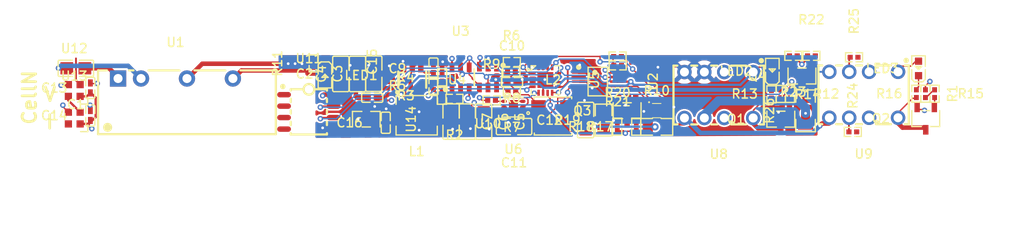
<source format=kicad_pcb>
(kicad_pcb (version 20241229) (generator "pcbnew") (generator_version "9.0")
  (layers (0 "F.Cu" signal) (4 "In1.Cu" signal) (6 "In2.Cu" signal) (2 "B.Cu" signal) (13 "F.Paste" user) (15 "B.Paste" user) (5 "F.SilkS" user "F.Silkscreen") (7 "B.SilkS" user "B.Silkscreen") (1 "F.Mask" user) (3 "B.Mask" user) (25 "Edge.Cuts" user))
  (net 0 "")
  (net 1 "DNC")
  (net 2 "ldo-EN")
  (net 3 "buck-EN")
  (net 4 "VBST")
  (net 5 "SW")
  (net 6 "dmm_relay-gate")
  (net 7 "output_relay-gate")
  (net 8 "load_switch-gate")
  (net 9 "gnd-4")
  (net 10 "hv-3")
  (net 11 "gnd-5")
  (net 12 "line-5")
  (net 13 "DIN")
  (net 14 "DOUT")
  (net 15 "hv-5")
  (net 16 "5V")
  (net 17 "line-2")
  (net 18 "hv-2")
  (net 19 "gnd-3")
  (net 20 "isolated_converter.led-cathode")
  (net 21 "dmm_relay-gnd")
  (net 22 "output_relay-gnd")
  (net 23 "dmm_relay.indicator_led-cathode")
  (net 24 "output_relay.indicator_led-cathode")
  (net 25 "hv-6")
  (net 26 "gnd-2")
  (net 27 "external_load-gate")
  (net 28 "hv-8")
  (net 29 "gnd-1")
  (net 30 "output_relay.relay.footprint.pins[6].net-net")
  (net 31 "dmm_relay.relay.footprint.pins[6].net-net")
  (net 32 "dmm_relay.relay.footprint.pins[1].net-net")
  (net 33 "output_relay.relay.footprint.pins[1].net-net")
  (net 34 "hv-1")
  (net 35 "gnd")
  (net 36 "gpio-line-2")
  (net 37 "gpio-line")
  (net 38 "hv-4")
  (net 39 "gpio-line-1")
  (net 40 "SCL")
  (net 41 "line")
  (net 42 "line-4")
  (net 43 "line-3")
  (net 44 "ldo-VOUT")
  (net 45 "buck-VOUT")
  (net 46 "SDA")
  (net 47 "line-7")
  (net 48 "INT")
  (net 49 "VFB")
  (net 50 "FB")
  (net 51 "hv")
  (net 52 "3V3")
  (net 53 "hv-7")
  (net 54 "ALERT")
  (net 55 "line-6")
  (net 56 "3V3_GND")
  (net 57 "line-1")
  (net 58 "gnd-6")
  (net 59 "scl1")
  (net 60 "vcc1")
  (net 61 "sda1")
  (footprint "atopile:IND-SMD_L4.0-W4.0-81e2fd" (layer "F.Cu") (at 143.961885 107.576056 0)
    (property "Reference" "L2")
    (property "Value" "")
  )
  (footprint "atopile:R0402-56259e" (layer "F.Cu") (at 130.754325 104.226449 90)
    (property "Reference" "R5")
    (property "Value" "10kΩ ±1% 62.5mW")
  )
  (footprint "atopile:R0805-c79e8b" (layer "F.Cu") (at 155.445 108.776056 0)
    (property "Reference" "R10")
    (property "Value" "100mΩ ±1% 125mW")
  )
  (footprint "atopile:R1206-bdb864" (layer "F.Cu") (at 171.8975 107.00773 90)
    (property "Reference" "R26")
    (property "Value" "100Ω ±1% 250mW")
  )
  (footprint "atopile:R0402-56259e" (layer "F.Cu") (at 177.121054 109.335936 0)
    (property "Reference" "R24")
    (property "Value" "10kΩ ±1% 62.5mW")
  )
  (footprint "atopile:R0402-56259e" (layer "F.Cu") (at 139.418061 104.827822 180)
    (property "Reference" "R7")
    (property "Value" "60.4kΩ ±1% 62.5mW")
  )
  (footprint "lib:SOT-563_L1.6-W1.2-P0.50-LS1.6-TL" (layer "F.Cu") (at 155.431332 106.982866 0)
    (property "Reference" "U7" (hide yes))
    (property "Value" "" (hide yes))
  )
  (footprint "atopile:C0805-3b2e55" (layer "F.Cu") (at 147.574674 108.026056 90)
    (property "Reference" "C12")
    (property "Value" "10µF ±10% 25V X5R")
  )
  (footprint "atopile:MSOP-10_L3.0-W3.0-P0.50-LS5.0-BL-752175" (layer "F.Cu") (at 148.92 103.77 -90)
    (property "Reference" "U2")
    (property "Value" "")
  )
  (footprint "atopile:C0402-b3ef17" (layer "F.Cu") (at 125.474 108.323638 90)
    (property "Reference" "C16")
    (property "Value" "1µF ±10% 25V X5R")
  )
  (footprint "atopile:C0402-b3ef17" (layer "F.Cu") (at 92.8085 107.5225 90)
    (property "Reference" "C14")
    (property "Value" "100nF ±10% 16V X7R")
  )
  (footprint "atopile:R0402-56259e" (layer "F.Cu") (at 185.152 105.110822 90)
    (property "Reference" "R16")
    (property "Value" "1kΩ ±1% 62.5mW")
  )
  (footprint "atopile:R0402-56259e" (layer "F.Cu") (at 184.1475 105.10773 -90)
    (property "Reference" "R1")
    (property "Value" "2kΩ ±1% 62.5mW")
  )
  (footprint "atopile:LED-SMD_4P-L2.0-W2.0-BR-57a8d0" (layer "F.Cu") (at 91.0305 107.8045 0)
    (property "Reference" "U13")
    (property "Value" "")
  )
  (footprint "atopile:C0805-3b2e55" (layer "F.Cu") (at 124.15 102.9 90)
    (property "Reference" "C3")
    (property "Value" "10µF ±10% 25V X5R")
  )
  (footprint "atopile:R0402-56259e" (layer "F.Cu") (at 137.178507 105.849882 0)
    (property "Reference" "R9")
    (property "Value" "10kΩ ±1% 62.5mW")
  )
  (footprint "atopile:R0402-56259e" (layer "F.Cu") (at 177.258348 101.081455 0)
    (property "Reference" "R25")
    (property "Value" "10kΩ ±1% 62.5mW")
  )
  (footprint "atopile:R0402-56259e" (layer "F.Cu") (at 117.5025 101.76273 90)
    (property "Reference" "R11")
    (property "Value" "2kΩ ±1% 62.5mW")
  )
  (footprint "atopile:R0402-56259e" (layer "F.Cu") (at 139.416096 101.612998 180)
    (property "Reference" "R8")
    (property "Value" "10kΩ ±1% 62.5mW")
  )
  (footprint "atopile:R0402-56259e" (layer "F.Cu") (at 131.703 103.303822 90)
    (property "Reference" "R4")
    (property "Value" "10kΩ ±1% 62.5mW")
  )
  (footprint "atopile:R0402-56259e" (layer "F.Cu") (at 186.168 105.110822 -90)
    (property "Reference" "R15")
    (property "Value" "10kΩ ±1% 62.5mW")
  )
  (footprint "atopile:R0402-56259e" (layer "F.Cu") (at 151.076308 108.756214 90)
    (property "Reference" "R18")
    (property "Value" "10kΩ ±1% 62.5mW")
  )
  (footprint "atopile:C0805-3b2e55" (layer "F.Cu") (at 122.35 102.925 90)
    (property "Reference" "C4")
    (property "Value" "10µF ±10% 25V X5R")
  )
  (footprint "atopile:R0402-56259e" (layer "F.Cu") (at 139.3725 102.68273 0)
    (property "Reference" "R6")
    (property "Value" "43kΩ ±1% 62.5mW")
  )
  (footprint "atopile:LED0603-RD-c81ffb" (layer "F.Cu") (at 184.39 102.316822 90)
    (property "Reference" "LED3")
    (property "Value" "")
  )
  (footprint "atopile:R0402-56259e" (layer "F.Cu") (at 168.1225 105.18273 -90)
    (property "Reference" "R14")
    (property "Value" "2kΩ ±1% 62.5mW")
  )
  (footprint "atopile:SOT-23-3_L3.0-W1.7-P0.95-LS2.9-BR-9c7906" (layer "F.Cu") (at 123.3225 107.93273 -90)
    (property "Reference" "U14")
    (property "Value" "")
  )
  (footprint "atopile:SOT-23-3_L2.9-W1.6-P1.90-LS2.8-BR-186170" (layer "F.Cu") (at 185.186919 107.862822 90)
    (property "Reference" "Q2")
    (property "Value" "")
  )
  (footprint "atopile:LED0603-RD-c81ffb" (layer "F.Cu") (at 118.749 103.087822 -90)
    (property "Reference" "LED1")
    (property "Value" "")
  )
  (footprint "atopile:C0805-3b2e55" (layer "F.Cu") (at 132.7 108.2 -90)
    (property "Reference" "C7")
    (property "Value" "10µF ±10% 25V X5R")
  )
  (footprint "atopile:PWRM-TH_BXXXXS-2WR3-d8b2fb" (layer "F.Cu") (at 102.2225 103.43273 0)
    (property "Reference" "U1")
    (property "Value" "")
  )
  (footprint "atopile:R0402-56259e" (layer "F.Cu") (at 170.177 105.135822 -90)
    (property "Reference" "R12")
    (property "Value" "10kΩ ±1% 62.5mW")
  )
  (footprint "atopile:R0402-56259e" (layer "F.Cu") (at 153.17297 108.754411 90)
    (property "Reference" "R17")
    (property "Value" "1kΩ ±1% 62.5mW")
  )
  (footprint "atopile:R0402-56259e" (layer "F.Cu") (at 151.106921 100.994639 180)
    (property "Reference" "R20")
    (property "Value" "10kΩ ±1% 62.5mW")
  )
  (footprint "atopile:R0402-56259e" (layer "F.Cu") (at 169.161 105.135822 90)
    (property "Reference" "R13")
    (property "Value" "1kΩ ±1% 62.5mW")
  )
  (footprint "atopile:IND-SMD_L4.4-W4.2-3ea78a" (layer "F.Cu") (at 128.892599 107.496056 180)
    (property "Reference" "L1")
    (property "Value" "")
  )
  (footprint "atopile:R0402-56259e" (layer "F.Cu") (at 131.703 105.335822 90)
    (property "Reference" "R3")
    (property "Value" "37.4kΩ ±1% 62.5mW")
  )
  (footprint "atopile:C0402-b3ef17" (layer "F.Cu") (at 139.433344 103.821628 0)
    (property "Reference" "C10")
    (property "Value" "1µF ±10% 25V X5R")
  )
  (footprint "atopile:SOT-23-3_L2.9-W1.6-P1.90-LS2.8-BR-186170" (layer "F.Cu") (at 171.4975 103.15773 90)
    (property "Reference" "Q4")
    (property "Value" "")
  )
  (footprint "atopile:SOT-23-3_L2.9-W1.6-P1.90-LS2.8-BR-186170" (layer "F.Cu") (at 169.161 107.926056 90)
    (property "Reference" "Q1")
    (property "Value" "")
  )
  (footprint "atopile:R0402-56259e" (layer "F.Cu") (at 172.5425 100.92273 0)
    (property "Reference" "R22")
    (property "Value" "1kΩ ±1% 62.5mW")
  )
  (footprint "atopile:R0402-56259e" (layer "F.Cu") (at 151.117958 101.982535 180)
    (property "Reference" "R21")
    (property "Value" "10kΩ ±1% 62.5mW")
  )
  (footprint "atopile:C0805-3b2e55" (layer "F.Cu") (at 139.661428 108.746056 180)
    (property "Reference" "C11")
    (property "Value" "10µF ±10% 25V X5R")
  )
  (footprint "atopile:R0402-56259e" (layer "F.Cu") (at 133.0725 105.68273 180)
    (property "Reference" "R2")
    (property "Value" "24kΩ ±1% 62.5mW")
  )
  (footprint "atopile:C0402-b3ef17" (layer "F.Cu") (at 123.981592 105.56623 0)
    (property "Reference" "C15")
    (property "Value" "1µF ±10% 25V X5R")
  )
  (footprint "atopile:C0402-b3ef17" (layer "F.Cu") (at 130.752189 102.333763 90)
    (property "Reference" "C9")
    (property "Value" "100nF ±10% 16V X7R")
  )
  (footprint "atopile:R0805-c79e8b" (layer "F.Cu") (at 149.566819 108.024623 90)
    (property "Reference" "R19")
    (property "Value" "100Ω ±1% 125mW")
  )
  (footprint "atopile:SOT-23-6_L2.9-W1.6-P0.95-LS2.8-BL-d2c740" (layer "F.Cu") (at 136.78 103.275 180)
    (property "Reference" "U10")
    (property "Value" "")
  )
  (footprint "atopile:LED-SMD_4P-L2.0-W2.0-BR-57a8d0" (layer "F.Cu") (at 91.0305 104.7565 0)
    (property "Reference" "U12")
    (property "Value" "")
  )
  (footprint "atopile:SOT-23-3_L2.9-W1.6-P1.90-LS2.8-BR-186170" (layer "F.Cu") (at 152.163681 106.992078 90)
    (property "Reference" "Q3")
    (property "Value" "")
  )
  (footprint "atopile:LED0603-RD-c81ffb" (layer "F.Cu") (at 168.224 102.595822 90)
    (property "Reference" "LED2")
    (property "Value" "")
  )
  (footprint "atopile:C0805-3b2e55" (layer "F.Cu") (at 134.5 108.2 -90)
    (property "Reference" "C6")
    (property "Value" "10µF ±10% 25V X5R")
  )
  (footprint "atopile:C0402-b3ef17" (layer "F.Cu") (at 92.8085 104.4745 90)
    (property "Reference" "C13")
    (property "Value" "100nF ±10% 16V X7R")
  )
  (footprint "atopile:SOT-23-6_L2.9-W1.6-P0.95-LS2.8-BL-d2c740" (layer "F.Cu") (at 133.75 103.35 0)
    (property "Reference" "U3")
    (property "Value" "")
  )
  (footprint "atopile:C0805-3b2e55" (layer "F.Cu") (at 91.205 102.302822 180)
    (property "Reference" "C1")
    (property "Value" "2.2µF ±10% 25V X7R")
  )
  (footprint "atopile:RELAY-TH_HFDXXX-689a1e" (layer "F.Cu") (at 178.324 105.232822 180)
    (property "Reference" "U9")
    (property "Value" "")
  )
  (footprint "atopile:QFN-16_L3.0-W3.0-P0.50-BL-EP1.7-3a4c56" (layer "F.Cu") (at 143.125 103.6 -90)
    (property "Reference" "U5")
    (property "Value" "")
  )
  (footprint "atopile:WSON-6_L2.0-W2.0-P0.65-TL-EP-c93430" (layer "F.Cu") (at 139.591 106.605822 180)
    (property "Reference" "U6")
    (property "Value" "")
  )
  (footprint "atopile:RELAY-TH_HFDXXX-689a1e" (layer "F.Cu") (at 162.303 105.257822 180)
    (property "Reference" "U8")
    (property "Value" "")
  )
  (footprint "atopile:R0402-56259e" (layer "F.Cu") (at 170.5425 100.92273 180)
    (property "Reference" "R23")
    (property "Value" "10kΩ ±1% 62.5mW")
  )
  (footprint "atopile:C0805-3b2e55" (layer "F.Cu") (at 120.504814 102.924271 90)
    (property "Reference" "C2")
    (property "Value" "10µF ±10% 25V X5R")
  )
  (footprint "atopile:C0805-3b2e55" (layer "F.Cu") (at 136.3 108.2 -90)
    (property "Reference" "C5")
    (property "Value" "10µF ±10% 25V X5R")
  )
  (footprint "atopile:SOT-23-6_L2.9-W1.6-P0.95-LS2.8-BR-bfc73b" (layer "F.Cu") (at 128.401 103.557822 -90)
    (property "Reference" "U4")
    (property "Value" "")
  )
  (footprint "atopile:SOIC-8_L4.9-W3.9-P1.27-LS6.0-TL-e13595" (layer "F.Cu") (at 116.97 107.12 0)
    (property "Reference" "U11")
    (property "Value" "")
  )
  (via (at 155.245 108.78273) (size 0.8) (drill 0.4) (layers "F.Cu" "B.Cu") (net 15))
  (via (at 148.568506 108.760065) (size 0.6) (drill 0.3) (layers "F.Cu" "B.Cu") (net 15))
  (via (at 152.5725 103.78273) (size 0.6) (drill 0.3) (layers "F.Cu" "B.Cu") (net 16))
  (via (at 127.1725 105.18273) (size 0.6) (drill 0.3) (layers "F.Cu" "B.Cu") (net 16))
  (via (at 89.285 102.287822) (size 0.6) (drill 0.3) (layers "F.Cu" "B.Cu") (net 26))
  (via (at 171.8975 107.28) (size 0.6) (drill 0.3) (layers "F.Cu" "B.Cu") (net 28))
  (via (at 92.9725 108.98273) (size 0.6) (drill 0.3) (layers "F.Cu" "B.Cu") (net 34))
  (via (at 89.5725 104.18273) (size 0.6) (drill 0.3) (layers "F.Cu" "B.Cu") (net 35))
  (via (at 93.57 103.98) (size 0.6) (drill 0.3) (layers "F.Cu" "B.Cu") (net 35))
  (via (at 185.6475 103.75773) (size 0.6) (drill 0.3) (layers "F.Cu" "B.Cu") (net 35))
  (via (at 89.7725 106.38273) (size 0.6) (drill 0.3) (layers "F.Cu" "B.Cu") (net 35))
  (via (at 185.0475 106.95773) (size 0.6) (drill 0.3) (layers "F.Cu" "B.Cu") (net 35))
  (via (at 92.7725 106.38273) (size 0.6) (drill 0.3) (layers "F.Cu" "B.Cu") (net 35))
  (via (at 145.575698 104.973269) (size 0.6) (drill 0.3) (layers "F.Cu" "B.Cu") (net 38))
  (via (at 135.259 106.097822) (size 0.6) (drill 0.3) (layers "F.Cu" "B.Cu") (net 38))
  (via (at 144.825 102.25) (size 0.6) (drill 0.3) (layers "F.Cu" "B.Cu") (net 40))
  (via (at 133.937787 102.970297) (size 0.6) (drill 0.3) (layers "F.Cu" "B.Cu") (net 40))
  (via (at 149.743585 102.497234) (size 0.6) (drill 0.3) (layers "F.Cu" "B.Cu") (net 40))
  (via (at 136.613711 103.251416) (size 0.6) (drill 0.3) (layers "F.Cu" "B.Cu") (net 40))
  (via (at 118.241 107.875822) (size 0.6) (drill 0.3) (layers "F.Cu" "B.Cu") (net 40))
  (via (at 151.9725 109.485065) (size 0.6) (drill 0.3) (layers "F.Cu" "B.Cu") (net 41))
  (via (at 143.661887 106.38273) (size 0.6) (drill 0.3) (layers "F.Cu" "B.Cu") (net 41))
  (via (at 171.49 101.86) (size 0.6) (drill 0.3) (layers "F.Cu" "B.Cu") (net 42))
  (via (at 145.5975 102.23273) (size 0.6) (drill 0.3) (layers "F.Cu" "B.Cu") (net 42))
  (via (at 141.888587 105.056235) (size 0.6) (drill 0.3) (layers "F.Cu" "B.Cu") (net 43))
  (via (at 135.842407 105.550429) (size 0.6) (drill 0.3) (layers "F.Cu" "B.Cu") (net 43))
  (via (at 144.2975 101.68273) (size 0.6) (drill 0.3) (layers "F.Cu" "B.Cu") (net 46))
  (via (at 134.75 101.175) (size 0.6) (drill 0.3) (layers "F.Cu" "B.Cu") (net 46))
  (via (at 118.241 106.605822) (size 0.6) (drill 0.3) (layers "F.Cu" "B.Cu") (net 46))
  (via (at 149.737 103.303822) (size 0.6) (drill 0.3) (layers "F.Cu" "B.Cu") (net 46))
  (via (at 144.5725 104.98273) (size 0.6) (drill 0.3) (layers "F.Cu" "B.Cu") (net 47))
  (via (at 170.3725 103.78273) (size 0.6) (drill 0.3) (layers "F.Cu" "B.Cu") (net 47))
  (via (at 152.7725 102.38273) (size 0.6) (drill 0.3) (layers "F.Cu" "B.Cu") (net 52))
  (via (at 140.667121 102.195) (size 0.6) (drill 0.3) (layers "F.Cu" "B.Cu") (net 52))
  (via (at 118.495 105.335822) (size 0.6) (drill 0.3) (layers "F.Cu" "B.Cu") (net 52))
  (via (at 149.1725 101.58273) (size 0.6) (drill 0.3) (layers "F.Cu" "B.Cu") (net 52))
  (via (at 134.575 105.625) (size 0.6) (drill 0.3) (layers "F.Cu" "B.Cu") (net 52))
  (via (at 135.9 101.125) (size 0.6) (drill 0.3) (layers "F.Cu" "B.Cu") (net 52))
  (via (at 132.8 101.225) (size 0.6) (drill 0.3) (layers "F.Cu" "B.Cu") (net 52))
  (via (at 126.115 105.843822) (size 0.6) (drill 0.3) (layers "F.Cu" "B.Cu") (net 52))
  (via (at 173.468 108.666822) (size 0.6) (drill 0.3) (layers "F.Cu" "B.Cu") (net 53))
  (via (at 139.022192 108.271375) (size 0.6) (drill 0.3) (layers "F.Cu" "B.Cu") (net 56))
  (via (at 136.82 101.19) (size 0.6) (drill 0.3) (layers "F.Cu" "B.Cu") (net 56))
  (via (at 116.209 101.799054) (size 0.6) (drill 0.3) (layers "F.Cu" "B.Cu") (net 56))
  (via (at 115.447 101.791822) (size 0.6) (drill 0.3) (layers "F.Cu" "B.Cu") (net 56))
  (via (at 151.9725 106.38273) (size 0.6) (drill 0.3) (layers "F.Cu" "B.Cu") (net 56))
  (via (at 143.065 103.5495) (size 0.6) (drill 0.3) (layers "F.Cu" "B.Cu") (net 56))
  (via (at 169.426268 103.986498) (size 0.6) (drill 0.3) (layers "F.Cu" "B.Cu") (net 56))
  (via (at 132.868257 109.026056) (size 0.6) (drill 0.3) (layers "F.Cu" "B.Cu") (net 56))
  (via (at 123.575 101.974271) (size 0.6) (drill 0.3) (layers "F.Cu" "B.Cu") (net 56))
  (via (at 129.163 109.145822) (size 0.6) (drill 0.3) (layers "F.Cu" "B.Cu") (net 56))
  (via (at 148.301853 104.484969) (size 0.6) (drill 0.3) (layers "F.Cu" "B.Cu") (net 56))
  (via (at 155.5725 102.18273) (size 0.6) (drill 0.3) (layers "F.Cu" "B.Cu") (net 56))
  (via (at 134.835234 108.976056) (size 0.6) (drill 0.3) (layers "F.Cu" "B.Cu") (net 56))
  (via (at 114.685 101.791822) (size 0.6) (drill 0.3) (layers "F.Cu" "B.Cu") (net 56))
  (via (at 118.495 108.891822) (size 0.6) (drill 0.3) (layers "F.Cu" "B.Cu") (net 56))
  (via (at 157.34 106.59) (size 0.6) (drill 0.3) (layers "F.Cu" "B.Cu") (net 56))
  (via (at 141.67 102.1995) (size 0.6) (drill 0.3) (layers "F.Cu" "B.Cu") (net 56))
  (via (at 129.163 107.113822) (size 0.6) (drill 0.3) (layers "F.Cu" "B.Cu") (net 56))
  (via (at 136.918583 109.026056) (size 0.6) (drill 0.3) (layers "F.Cu" "B.Cu") (net 56))
  (via (at 122.4225 107.93273) (size 0.6) (drill 0.3) (layers "F.Cu" "B.Cu") (net 56))
  (via (at 150.67 108.08) (size 0.6) (drill 0.3) (layers "F.Cu" "B.Cu") (net 56))
  (via (at 127.385 101.525822) (size 0.6) (drill 0.3) (layers "F.Cu" "B.Cu") (net 56))
  (via (at 154.018202 107.067088) (size 0.6) (drill 0.3) (layers "F.Cu" "B.Cu") (net 56))
  (via (at 125.5225 106.78273) (size 0.6) (drill 0.3) (layers "F.Cu" "B.Cu") (net 56))
  (via (at 140.559426 103.545) (size 0.6) (drill 0.3) (layers "F.Cu" "B.Cu") (net 56))
  (via (at 146.92 101.93) (size 0.6) (drill 0.3) (layers "F.Cu" "B.Cu") (net 56))
  (via (at 168.907 107.167822) (size 0.6) (drill 0.3) (layers "F.Cu" "B.Cu") (net 56))
  (via (at 131.7725 101.58273) (size 0.6) (drill 0.3) (layers "F.Cu" "B.Cu") (net 56))
  (via (at 137.64 103.545) (size 0.6) (drill 0.3) (layers "F.Cu" "B.Cu") (net 56))
  (via (at 124.251888 106.520263) (size 0.6) (drill 0.3) (layers "F.Cu" "B.Cu") (net 56))
  (via (at 121.543 101.974271) (size 0.6) (drill 0.3) (layers "F.Cu" "B.Cu") (net 56))
  (via (at 125.861 102.033822) (size 0.6) (drill 0.3) (layers "F.Cu" "B.Cu") (net 56))
  (via (at 147.451 105.843822) (size 0.6) (drill 0.3) (layers "F.Cu" "B.Cu") (net 56))
  (via (at 141.079236 104.703923) (size 0.6) (drill 0.3) (layers "F.Cu" "B.Cu") (net 57))
  (via (at 130.179 105.335822) (size 0.6) (drill 0.3) (layers "F.Cu" "B.Cu") (net 57))
  (zone (net 56) (net_name "3V3_GND") (layers "F.Cu" "B.Cu" "In2.Cu") (priority 3) (connect_pads (clearance 0.2)) (min_thickness 0.25) (fill yes (thermal_gap 0.5) (thermal_bridge_width 0.5))
    (polygon (pts (xy 113.634 100.854) (xy 113.634 102.378) (xy 117.698 102.378) (xy 117.698 109.998) (xy 173.22 109.744) (xy 173.22 100.854)))
  )
  (segment (start 138.561 105.955822) (end 137.794447 105.955822) (width 0.15) (net 2) (layer "F.Cu"))
  (segment (start 137.794447 105.955822) (end 137.688507 105.849882) (width 0.15) (net 2) (layer "F.Cu"))
  (segment (start 129.709627 103.716449) (end 129.551 103.557822) (width 0.15) (net 3) (layer "F.Cu"))
  (segment (start 130.754325 103.716449) (end 129.709627 103.716449) (width 0.15) (net 3) (layer "F.Cu"))
  (segment (start 130.752189 102.813763) (end 129.756941 102.813763) (width 0.15) (net 4) (layer "F.Cu"))
  (segment (start 129.756941 102.813763) (end 129.551 102.607822) (width 0.15) (net 4) (layer "F.Cu"))
  (segment (start 128.236 103.792822) (end 128.001 103.557822) (width 0.5) (net 5) (layer "F.Cu"))
  (segment (start 128.236 103.792822) (end 128.236 102.452822) (width 0.25) (net 5) (layer "F.Cu"))
  (segment (start 128.835059 101.853763) (end 130.752189 101.853763) (width 0.25) (net 5) (layer "F.Cu"))
  (segment (start 128.236 106.122655) (end 128.236 103.792822) (width 0.5) (net 5) (layer "F.Cu"))
  (segment (start 128.236 102.452822) (end 128.835059 101.853763) (width 0.25) (net 5) (layer "F.Cu"))
  (segment (start 128.001 103.557822) (end 127.251 103.557822) (width 0.5) (net 5) (layer "F.Cu"))
  (segment (start 126.862599 107.496056) (end 128.236 106.122655) (width 0.5) (net 5) (layer "F.Cu"))
  (segment (start 186.168 105.620822) (end 186.168 106.831741) (width 0.15) (net 6) (layer "F.Cu"))
  (segment (start 186.168 106.831741) (end 186.136919 106.862822) (width 0.15) (net 6) (layer "F.Cu"))
  (segment (start 170.177 106.860056) (end 170.111 106.926056) (width 0.15) (net 7) (layer "F.Cu"))
  (segment (start 170.177 105.391822) (end 170.177 106.860056) (width 0.15) (net 7) (layer "F.Cu"))
  (segment (start 153.17297 108.244411) (end 153.17297 106.051367) (width 0.25) (net 8) (layer "F.Cu"))
  (segment (start 153.17297 106.051367) (end 153.113681 105.992078) (width 0.25) (net 8) (layer "F.Cu"))
  (segment (start 152.163681 107.992078) (end 151.354333 107.18273) (width 0.25) (net 9) (layer "F.Cu"))
  (segment (start 149.566819 107.024623) (end 150.005607 107.024623) (width 0.2) (net 9) (layer "F.Cu"))
  (segment (start 150.005607 107.024623) (end 150.0225 107.00773) (width 0.2) (net 9) (layer "F.Cu"))
  (segment (start 151.354333 107.18273) (end 149.637426 107.18273) (width 0.25) (net 9) (layer "F.Cu"))
  (segment (start 149.637426 107.18273) (end 149.566819 107.112123) (width 0.25) (net 9) (layer "F.Cu"))
  (segment (start 176.691054 109.335936) (end 176.691054 107.805768) (width 0.2) (net 10) (layer "F.Cu"))
  (segment (start 176.691054 107.805768) (end 176.724 107.772822) (width 0.2) (net 10) (layer "F.Cu"))
  (segment (start 176.724 101.185803) (end 176.828348 101.081455) (width 0.2) (net 11) (layer "F.Cu"))
  (segment (start 176.724 102.692822) (end 176.724 101.185803) (width 0.2) (net 11) (layer "F.Cu"))
  (segment (start 176.68806 102.066882) (end 176.684 102.062822) (width 0.15) (net 11) (layer "F.Cu"))
  (segment (start 90.3805 105.4065) (end 90.3805 105.8545) (width 0.25) (net 12) (layer "F.Cu"))
  (segment (start 90.3805 105.8545) (end 91.6805 107.1545) (width 0.25) (net 12) (layer "F.Cu"))
  (segment (start 91.22 103.646) (end 91.22 101.21) (width 0.2) (net 14) (layer "F.Cu"))
  (segment (start 91.6805 104.1065) (end 91.22 103.646) (width 0.2) (net 14) (layer "F.Cu"))
  (segment (start 155.238326 108.776056) (end 155.245 108.78273) (width 0.25) (net 15) (layer "F.Cu"))
  (segment (start 154.631332 108.677224) (end 154.5325 108.776056) (width 0.25) (net 15) (layer "F.Cu"))
  (segment (start 154.631332 107.482866) (end 154.631332 108.677224) (width 0.25) (net 15) (layer "F.Cu"))
  (segment (start 147.774674 108.760065) (end 148.568506 108.760065) (width 0.25) (net 15) (layer "F.Cu"))
  (segment (start 147.510586 109.024153) (end 147.774674 108.760065) (width 0.25) (net 15) (layer "F.Cu"))
  (segment (start 149.3325 108.760065) (end 148.568506 108.760065) (width 0.25) (net 15) (layer "F.Cu"))
  (segment (start 146.046499 107.560065) (end 147.510586 109.024153) (width 0.25) (net 15) (layer "F.Cu"))
  (segment (start 145.561885 107.560065) (end 146.046499 107.560065) (width 0.25) (net 15) (layer "F.Cu"))
  (segment (start 154.5325 108.776056) (end 155.238326 108.776056) (width 0.25) (net 15) (layer "F.Cu"))
  (segment (start 155.222335 108.760065) (end 148.568506 108.760065) (width 0.25) (net 15) (layer "B.Cu"))
  (segment (start 155.245 108.78273) (end 155.222335 108.760065) (width 0.25) (net 15) (layer "B.Cu"))
  (segment (start 122.171 104.229704) (end 122.524922 103.875782) (width 0.5) (net 16) (layer "F.Cu"))
  (segment (start 168.399 101.795822) (end 168.179178 101.795822) (width 0.15) (net 16) (layer "F.Cu"))
  (segment (start 118.198822 103.088822) (end 118.749 103.639) (width 0.5) (net 16) (layer "F.Cu"))
  (segment (start 117.948 102.87873) (end 117.948 103.088822) (width 0.5) (net 16) (layer "F.Cu"))
  (segment (start 118.749 103.639) (end 118.749 103.887822) (width 0.5) (net 16) (layer "F.Cu"))
  (segment (start 123.575 103.874199) (end 124.532644 103.874199) (width 0.5) (net 16) (layer "F.Cu"))
  (segment (start 167.795 102.18) (end 166.640822 102.18) (width 0.15) (net 16) (layer "F.Cu"))
  (segment (start 166.1725 102.197322) (end 166.063 102.087822) (width 0.25) (net 16) (layer "F.Cu"))
  (segment (start 152.5725 103.78273) (end 151.114092 103.78273) (width 0.25) (net 16) (layer "F.Cu"))
  (segment (start 127.251 104.507822) (end 127.251 105.10423) (width 0.25) (net 16) (layer "F.Cu"))
  (segment (start 127.251 105.10423) (end 127.1725 105.18273) (width 0.25) (net 16) (layer "F.Cu"))
  (segment (start 118.762623 103.874199) (end 118.749 103.887822) (width 0.5) (net 16) (layer "F.Cu"))
  (segment (start 122.523339 103.874199) (end 121.289 103.874199) (width 0.5) (net 16) (layer "F.Cu"))
  (segment (start 122.171 105.401822) (end 122.335408 105.56623) (width 0.5) (net 16) (layer "F.Cu"))
  (segment (start 126.038797 104.443517) (end 126.103102 104.507822) (width 0.25) (net 16) (layer "F.Cu"))
  (segment (start 151.114092 103.78273) (end 151.085 103.811822) (width 0.25) (net 16) (layer "F.Cu"))
  (segment (start 109.523234 102.541822) (end 116.8315 102.541822) (width 0.5) (net 16) (layer "F.Cu"))
  (segment (start 123.431592 106.723638) (end 123.3225 106.83273) (width 0.5) (net 16) (layer "F.Cu"))
  (segment (start 122.171 105.401822) (end 122.171 104.229704) (width 0.5) (net 16) (layer "F.Cu"))
  (segment (start 125.166267 104.507822) (end 127.251 104.507822) (width 0.5) (net 16) (layer "F.Cu"))
  (segment (start 120.506325 103.875782) (end 120.504814 103.874271) (width 0.15) (net 16) (layer "F.Cu"))
  (segment (start 122.335408 105.56623) (end 123.431592 105.56623) (width 0.5) (net 16) (layer "F.Cu"))
  (segment (start 126.103102 104.507822) (end 127.251 104.507822) (width 0.25) (net 16) (layer "F.Cu"))
  (segment (start 121.289 103.874199) (end 123.575 103.874199) (width 0.5) (net 16) (layer "F.Cu"))
  (segment (start 123.431592 105.56623) (end 123.431592 106.723638) (width 0.5) (net 16) (layer "F.Cu"))
  (segment (start 124.532644 103.874199) (end 125.166267 104.507822) (width 0.5) (net 16) (layer "F.Cu"))
  (segment (start 122.524922 103.875782) (end 122.523339 103.874199) (width 0.5) (net 16) (layer "F.Cu"))
  (segment (start 117.948 103.088822) (end 118.198822 103.088822) (width 0.5) (net 16) (layer "F.Cu"))
  (segment (start 108.589 103.476056) (end 109.523234 102.541822) (width 0.5) (net 16) (layer "F.Cu"))
  (segment (start 116.8315 102.541822) (end 116.8315 102.87873) (width 0.5) (net 16) (layer "F.Cu"))
  (segment (start 166.640822 102.18) (end 166.103 102.717822) (width 0.15) (net 16) (layer "F.Cu"))
  (segment (start 116.8315 102.87873) (end 117.948 102.87873) (width 0.5) (net 16) (layer "F.Cu"))
  (segment (start 168.179178 101.795822) (end 167.795 102.18) (width 0.15) (net 16) (layer "F.Cu"))
  (segment (start 121.289 103.874199) (end 118.762623 103.874199) (width 0.5) (net 16) (layer "F.Cu"))
  (segment (start 152.91977 104.13) (end 164.690822 104.13) (width 0.25) (net 16) (layer "B.Cu"))
  (segment (start 149.353852 104.228822) (end 152.126408 104.228822) (width 0.25) (net 16) (layer "B.Cu"))
  (segment (start 152.126408 104.228822) (end 152.5725 103.78273) (width 0.25) (net 16) (layer "B.Cu"))
  (segment (start 133.722592 104.132822) (end 140.825905 104.132822) (width 0.25) (net 16) (layer "B.Cu"))
  (segment (start 142.906827 104.453822) (end 144.301408 104.453822) (width 0.25) (net 16) (layer "B.Cu"))
  (segment (start 145.3225 103.43273) (end 148.557761 103.43273) (width 0.25) (net 16) (layer "B.Cu"))
  (segment (start 148.557761 103.43273) (end 149.353852 104.228822) (width 0.25) (net 16) (layer "B.Cu"))
  (segment (start 140.907905 104.050822) (end 142.503827 104.050822) (width 0.25) (net 16) (layer "B.Cu"))
  (segment (start 142.503827 104.050822) (end 142.906827 104.453822) (width 0.25) (net 16) (layer "B.Cu"))
  (segment (start 129.1725 103.18273) (end 132.7725 103.18273) (width 0.25) (net 16) (layer "B.Cu"))
  (segment (start 140.825905 104.132822) (end 140.907905 104.050822) (width 0.25) (net 16) (layer "B.Cu"))
  (segment (start 144.301408 104.453822) (end 145.3225 103.43273) (width 0.25) (net 16) (layer "B.Cu"))
  (segment (start 127.1725 105.18273) (end 129.1725 103.18273) (width 0.25) (net 16) (layer "B.Cu"))
  (segment (start 164.690822 104.13) (end 166.103 102.717822) (width 0.25) (net 16) (layer "B.Cu"))
  (segment (start 152.5725 103.78273) (end 152.91977 104.13) (width 0.25) (net 16) (layer "B.Cu"))
  (segment (start 132.7725 103.18273) (end 133.722592 104.132822) (width 0.25) (net 16) (layer "B.Cu"))
  (segment (start 185.152 105.616822) (end 186.168 104.600822) (width 0.15) (net 17) (layer "F.Cu"))
  (segment (start 185.152 105.620822) (end 185.152 105.616822) (width 0.15) (net 17) (layer "F.Cu"))
  (segment (start 118.653908 102.19273) (end 118.749 102.287822) (width 0.15) (net 20) (layer "F.Cu"))
  (segment (start 117.448123 102.247107) (end 117.5025 102.19273) (width 0.15) (net 20) (layer "F.Cu"))
  (segment (start 117.5025 102.19273) (end 118.653908 102.19273) (width 0.15) (net 20) (layer "F.Cu"))
  (segment (start 185.186919 108.862822) (end 182.614 108.862822) (width 0.5) (net 21) (layer "F.Cu"))
  (segment (start 182.614 108.862822) (end 182.164 108.412822) (width 0.5) (net 21) (layer "F.Cu"))
  (segment (start 183.731 105.620822) (end 184.136 105.620822) (width 0.15) (net 21) (layer "F.Cu"))
  (segment (start 182.164 108.412822) (end 182.164 107.187822) (width 0.15) (net 21) (layer "F.Cu"))
  (segment (start 182.164 107.187822) (end 183.731 105.620822) (width 0.15) (net 21) (layer "F.Cu"))
  (segment (start 169.161 108.926056) (end 166.631234 108.926056) (width 0.5) (net 22) (layer "F.Cu"))
  (segment (start 168.145 105.645822) (end 167.424178 105.645822) (width 0.15) (net 22) (layer "F.Cu"))
  (segment (start 167.424178 105.645822) (end 166.143 106.927) (width 0.15) (net 22) (layer "F.Cu"))
  (segment (start 166.143 106.927) (end 166.143 108.437822) (width 0.15) (net 22) (layer "F.Cu"))
  (segment (start 166.631234 108.926056) (end 166.143 108.437822) (width 0.5) (net 22) (layer "F.Cu"))
  (segment (start 184.39 104.346822) (end 184.136 104.600822) (width 0.15) (net 23) (layer "F.Cu"))
  (segment (start 184.39 103.116822) (end 184.39 104.346822) (width 0.15) (net 23) (layer "F.Cu"))
  (segment (start 168.145 104.625822) (end 168.145 103.649822) (width 0.15) (net 24) (layer "F.Cu"))
  (segment (start 168.145 103.649822) (end 168.399 103.395822) (width 0.15) (net 24) (layer "F.Cu"))
  (segment (start 94.858 102.302822) (end 92.155 102.302822) (width 0.5) (net 25) (layer "F.Cu"))
  (segment (start 95.889 103.476056) (end 95.889 103.303822) (width 0.5) (net 25) (layer "F.Cu"))
  (segment (start 95.889 103.303822) (end 94.873 102.287822) (width 0.5) (net 25) (layer "F.Cu"))
  (segment (start 94.873 102.287822) (end 94.858 102.302822) (width 0.5) (net 25) (layer "F.Cu"))
  (segment (start 89.285 102.287822) (end 90.24 102.287822) (width 0.5) (net 26) (layer "F.Cu"))
  (segment (start 90.24 102.287822) (end 90.255 102.302822) (width 0.5) (net 26) (layer "F.Cu"))
  (segment (start 98.429 103.476056) (end 96.986766 102.033822) (width 0.5) (net 26) (layer "B.Cu"))
  (segment (start 89.539 102.033822) (end 96.986766 102.033822) (width 0.5) (net 26) (layer "B.Cu"))
  (segment (start 89.539 102.033822) (end 89.285 102.287822) (width 0.5) (net 26) (layer "B.Cu"))
  (segment (start 173.0025 101.168071) (end 172.4475 101.723071) (width 0.25) (net 27) (layer "F.Cu"))
  (segment (start 172.4475 101.723071) (end 172.4475 102.15773) (width 0.2) (net 27) (layer "F.Cu"))
  (segment (start 173.0025 101.03273) (end 173.0025 101.168071) (width 0.2) (net 27) (layer "F.Cu"))
  (segment (start 171.8975 108.48773) (end 171.8975 107.28) (width 1) (net 28) (layer "F.Cu"))
  (segment (start 171.8975 107.28) (end 171.8975 106.68273) (width 1) (net 28) (layer "B.Cu"))
  (segment (start 160.703 107.45223) (end 160.703 107.797822) (width 1) (net 28) (layer "B.Cu"))
  (segment (start 171.1225 105.90773) (end 162.2475 105.90773) (width 1) (net 28) (layer "B.Cu"))
  (segment (start 171.8975 106.68273) (end 171.1225 105.90773) (width 1) (net 28) (layer "B.Cu"))
  (segment (start 162.2475 105.90773) (end 160.703 107.45223) (width 1) (net 28) (layer "B.Cu"))
  (segment (start 171.4225 105.05273) (end 171.8975 105.52773) (width 0.2) (net 29) (layer "F.Cu"))
  (segment (start 171.4225 103.83273) (end 171.4225 105.05273) (width 0.54) (net 29) (layer "F.Cu"))
  (segment (start 92.6455 108.4545) (end 93.395 107.705) (width 0.25) (net 34) (layer "F.Cu"))
  (segment (start 92.44427 108.4545) (end 92.9725 108.98273) (width 0.25) (net 34) (layer "F.Cu"))
  (segment (start 92.4265 105.4065) (end 91.6805 105.4065) (width 0.25) (net 34) (layer "F.Cu"))
  (segment (start 184.39 101.516822) (end 184.083178 101.516822) (width 0.15) (net 34) (layer "F.Cu"))
  (segment (start 91.6805 108.4545) (end 92.44427 108.4545) (width 0.25) (net 34) (layer "F.Cu"))
  (segment (start 184.083178 101.516822) (end 183.537178 102.062822) (width 0.15) (net 34) (layer "F.Cu"))
  (segment (start 92.8785 105.0245) (end 92.8085 105.0245) (width 0.25) (net 34) (layer "F.Cu"))
  (segment (start 93.395 105.541) (end 92.8785 105.0245) (width 0.25) (net 34) (layer "F.Cu"))
  (segment (start 92.8085 105.0245) (end 92.4265 105.4065) (width 0.25) (net 34) (layer "F.Cu"))
  (segment (start 91.6805 108.4545) (end 92.6455 108.4545) (width 0.25) (net 34) (layer "F.Cu"))
  (segment (start 93.395 107.705) (end 93.395 105.541) (width 0.25) (net 34) (layer "F.Cu"))
  (segment (start 183.537178 102.062822) (end 182.352592 102.062822) (width 0.15) (net 34) (layer "F.Cu"))
  (segment (start 92.8085 106.41873) (end 92.7725 106.38273) (width 0.15) (net 35) (layer "F.Cu"))
  (segment (start 93.57 103.98) (end 93.5555 103.9945) (width 0.15) (net 35) (layer "F.Cu"))
  (segment (start 184.236919 106.862822) (end 184.952592 106.862822) (width 0.15) (net 35) (layer "F.Cu"))
  (segment (start 90.3805 107.1545) (end 89.7725 106.5465) (width 0.15) (net 35) (layer "F.Cu"))
  (segment (start 93.5555 103.9945) (end 92.8085 103.9945) (width 0.15) (net 35) (layer "F.Cu"))
  (segment (start 185.152 104.600822) (end 185.152 104.25323) (width 0.15) (net 35) (layer "F.Cu"))
  (segment (start 90.3805 104.1065) (end 89.64873 104.1065) (width 0.15) (net 35) (layer "F.Cu"))
  (segment (start 184.952592 106.862822) (end 185.0475 106.95773) (width 0.15) (net 35) (layer "F.Cu"))
  (segment (start 185.152 104.25323) (end 185.6475 103.75773) (width 0.15) (net 35) (layer "F.Cu"))
  (segment (start 92.8085 107.0425) (end 92.8085 106.41873) (width 0.15) (net 35) (layer "F.Cu"))
  (segment (start 89.64873 104.1065) (end 89.5725 104.18273) (width 0.15) (net 35) (layer "F.Cu"))
  (segment (start 89.7725 106.5465) (end 89.7725 106.38273) (width 0.15) (net 35) (layer "F.Cu"))
  (segment (start 138.561 107.255822) (end 137.098349 107.255822) (width 0.25) (net 38) (layer "F.Cu"))
  (segment (start 134.898043 107.076056) (end 134.898043 106.458779) (width 0.15) (net 38) (layer "F.Cu"))
  (segment (start 131.342599 107.076056) (end 136.918583 107.076056) (width 0.5) (net 38) (layer "F.Cu"))
  (segment (start 145.575698 104.973269) (end 145.575698 104.925124) (width 0.15) (net 38) (layer "F.Cu"))
  (segment (start 145.66 104.840822) (end 145.66 104.62624) (width 0.15) (net 38) (layer "F.Cu"))
  (segment (start 130.922599 107.496056) (end 131.342599 107.076056) (width 0.5) (net 38) (layer "F.Cu"))
  (segment (start 145.66 104.62624) (end 145.974418 104.311822) (width 0.15) (net 38) (layer "F.Cu"))
  (segment (start 137.098349 107.255822) (end 136.918583 107.076056) (width 0.25) (net 38) (layer "F.Cu"))
  (segment (start 145.974418 104.311822) (end 146.865 104.311822) (width 0.15) (net 38) (layer "F.Cu"))
  (segment (start 134.898043 106.458779) (end 135.259 106.097822) (width 0.15) (net 38) (layer "F.Cu"))
  (segment (start 132.721 106.928799) (end 132.868257 107.076056) (width 0.25) (net 38) (layer "F.Cu"))
  (segment (start 145.575698 104.925124) (end 145.66 104.840822) (width 0.15) (net 38) (layer "F.Cu"))
  (segment (start 131.703 106.715655) (end 130.922599 107.496056) (width 0.5) (net 38) (layer "F.Cu"))
  (segment (start 131.703 105.845822) (end 131.703 106.715655) (width 0.5) (net 38) (layer "F.Cu"))
  (segment (start 143.086887 106.268343) (end 143.086887 106.144557) (width 0.15) (net 38) (layer "B.Cu"))
  (segment (start 143.90006 105.80773) (end 144.07506 105.98273) (width 0.15) (net 38) (layer "B.Cu"))
  (segment (start 144.9725 105.98273) (end 145.575698 105.379532) (width 0.15) (net 38) (layer "B.Cu"))
  (segment (start 143.423714 105.80773) (end 143.90006 105.80773) (width 0.15) (net 38) (layer "B.Cu"))
  (segment (start 143.003408 106.351822) (end 143.086887 106.268343) (width 0.15) (net 38) (layer "B.Cu"))
  (segment (start 145.575698 105.379532) (end 145.575698 104.973269) (width 0.15) (net 38) (layer "B.Cu"))
  (segment (start 144.07506 105.98273) (end 144.9725 105.98273) (width 0.15) (net 38) (layer "B.Cu"))
  (segment (start 143.086887 106.144557) (end 143.423714 105.80773) (width 0.15) (net 38) (layer "B.Cu"))
  (segment (start 135.513 106.351822) (end 143.003408 106.351822) (width 0.15) (net 38) (layer "B.Cu"))
  (segment (start 135.259 106.097822) (end 135.513 106.351822) (width 0.15) (net 38) (layer "B.Cu"))
  (segment (start 150.058173 102.811822) (end 149.743585 102.497234) (width 0.15) (net 40) (layer "F.Cu"))
  (segment (start 118.241 107.875822) (end 118.373 107.743822) (width 0.15) (net 40) (layer "F.Cu"))
  (segment (start 136.783008 103.420713) (end 136.783008 104.516414) (width 0.15) (net 40) (layer "F.Cu"))
  (segment (start 136.613711 103.251416) (end 136.783008 103.420713) (width 0.15) (net 40) (layer "F.Cu"))
  (segment (start 151.085 102.811822) (end 150.058173 102.811822) (width 0.15) (net 40) (layer "F.Cu"))
  (segment (start 151.627958 101.982535) (end 151.085 102.525493) (width 0.15) (net 40) (layer "F.Cu"))
  (segment (start 144.825 102.33023) (end 144.555 102.60023) (width 0.15) (net 40) (layer "F.Cu"))
  (segment (start 144.825 102.25) (end 144.825 102.33023) (width 0.15) (net 40) (layer "F.Cu"))
  (segment (start 144.555 102.60023) (end 144.555 102.855) (width 0.15) (net 40) (layer "F.Cu"))
  (segment (start 151.085 102.525493) (end 151.085 102.811822) (width 0.15) (net 40) (layer "F.Cu"))
  (segment (start 118.373 107.743822) (end 119.711 107.743822) (width 0.15) (net 40) (layer "F.Cu"))
  (segment (start 133.702334 102.734844) (end 133.702334 102.216414) (width 0.15) (net 40) (layer "F.Cu"))
  (segment (start 133.937787 102.970297) (end 133.702334 102.734844) (width 0.15) (net 40) (layer "F.Cu"))
  (segment (start 144.825 102.25) (end 144.685 102.39) (width 0.15) (net 40) (layer "B.Cu"))
  (segment (start 125.006413 105.589822) (end 122.305 105.589822) (width 0.15) (net 40) (layer "B.Cu"))
  (segment (start 136.613711 103.251416) (end 136.225117 102.862822) (width 0.15) (net 40) (layer "B.Cu"))
  (segment (start 144.13073 103.0245) (end 140.82653 103.0245) (width 0.15) (net 40) (layer "B.Cu"))
  (segment (start 144.825 102.33023) (end 144.13073 103.0245) (width 0.15) (net 40) (layer "B.Cu"))
  (segment (start 127.958413 102.637822) (end 125.006413 105.589822) (width 0.15) (net 40) (layer "B.Cu"))
  (segment (start 150.312 103.065649) (end 149.743585 102.497234) (width 0.15) (net 40) (layer "B.Cu"))
  (segment (start 133.989 102.637822) (end 127.958413 102.637822) (width 0.15) (net 40) (layer "B.Cu"))
  (segment (start 140.82203 103.02) (end 136.845127 103.02) (width 0.15) (net 40) (layer "B.Cu"))
  (segment (start 144.685 102.49523) (end 145.2725 103.08273) (width 0.15) (net 40) (layer "B.Cu"))
  (segment (start 149.498827 103.878822) (end 149.975173 103.878822) (width 0.15) (net 40) (layer "B.Cu"))
  (segment (start 134.214 102.862822) (end 133.989 102.637822) (width 0.15) (net 40) (layer "B.Cu"))
  (segment (start 149.975173 103.878822) (end 150.312 103.541995) (width 0.15) (net 40) (layer "B.Cu"))
  (segment (start 140.82653 103.0245) (end 140.82203 103.02) (width 0.15) (net 40) (layer "B.Cu"))
  (segment (start 148.702735 103.08273) (end 149.498827 103.878822) (width 0.15) (net 40) (layer "B.Cu"))
  (segment (start 145.2725 103.08273) (end 148.702735 103.08273) (width 0.15) (net 40) (layer "B.Cu"))
  (segment (start 144.685 102.39) (end 144.685 102.49523) (width 0.15) (net 40) (layer "B.Cu"))
  (segment (start 122.305 105.589822) (end 120.019 107.875822) (width 0.15) (net 40) (layer "B.Cu"))
  (segment (start 144.825 102.25) (end 144.825 102.33023) (width 0.15) (net 40) (layer "B.Cu"))
  (segment (start 150.312 103.541995) (end 150.312 103.065649) (width 0.15) (net 40) (layer "B.Cu"))
  (segment (start 136.225117 102.862822) (end 134.214 102.862822) (width 0.15) (net 40) (layer "B.Cu"))
  (segment (start 120.019 107.875822) (end 118.241 107.875822) (width 0.15) (net 40) (layer "B.Cu"))
  (segment (start 136.845127 103.02) (end 136.613711 103.251416) (width 0.15) (net 40) (layer "B.Cu"))
  (segment (start 151.076308 109.266214) (end 151.753649 109.266214) (width 0.25) (net 41) (layer "F.Cu"))
  (segment (start 143.661887 105.672117) (end 143.395 105.40523) (width 0.15) (net 41) (layer "F.Cu"))
  (segment (start 152.193154 109.264411) (end 151.9725 109.485065) (width 0.15) (net 41) (layer "F.Cu"))
  (segment (start 143.395 105.40523) (end 143.395 105.015) (width 0.15) (net 41) (layer "F.Cu"))
  (segment (start 151.753649 109.266214) (end 151.9725 109.485065) (width 0.25) (net 41) (layer "F.Cu"))
  (segment (start 143.661887 106.38273) (end 143.661887 105.672117) (width 0.15) (net 41) (layer "F.Cu"))
  (segment (start 153.17297 109.264411) (end 152.193154 109.264411) (width 0.15) (net 41) (layer "F.Cu"))
  (segment (start 143.661887 106.717984) (end 146.428968 109.485065) (width 0.25) (net 41) (layer "B.Cu"))
  (segment (start 146.428968 109.485065) (end 151.9725 109.485065) (width 0.25) (net 41) (layer "B.Cu"))
  (segment (start 143.661887 106.38273) (end 143.661887 106.717984) (width 0.25) (net 41) (layer "B.Cu"))
  (segment (start 145.085 104.355) (end 145.5975 103.8425) (width 0.2) (net 42) (layer "F.Cu"))
  (segment (start 171.1485 101.17873) (end 171.0025 101.03273) (width 0.2) (net 42) (layer "F.Cu"))
  (segment (start 144.555 104.355) (end 145.085 104.355) (width 0.2) (net 42) (layer "F.Cu"))
  (segment (start 171.49 101.86) (end 171.1485 101.5185) (width 0.2) (net 42) (layer "F.Cu"))
  (segment (start 171.8465 101.5035) (end 171.49 101.86) (width 0.2) (net 42) (layer "F.Cu"))
  (segment (start 171.8465 101.32873) (end 171.8465 101.5035) (width 0.2) (net 42) (layer "F.Cu"))
  (segment (start 172.1425 101.03273) (end 171.8465 101.32873) (width 0.2) (net 42) (layer "F.Cu"))
  (segment (start 171.1485 101.5185) (end 171.1485 101.17873) (width 0.2) (net 42) (layer "F.Cu"))
  (segment (start 145.5975 103.8425) (end 145.5975 102.23273) (width 0.2) (net 42) (layer "F.Cu"))
  (segment (start 136.14186 105.849882) (end 136.668507 105.849882) (width 0.15) (net 43) (layer "F.Cu"))
  (segment (start 142.353765 105.056235) (end 142.395 105.015) (width 0.15) (net 43) (layer "F.Cu"))
  (segment (start 141.888587 105.056235) (end 142.353765 105.056235) (width 0.15) (net 43) (layer "F.Cu"))
  (segment (start 135.842407 105.550429) (end 136.14186 105.849882) (width 0.15) (net 43) (layer "F.Cu"))
  (segment (start 135.870014 105.522822) (end 141.422 105.522822) (width 0.15) (net 43) (layer "B.Cu"))
  (segment (start 141.422 105.522822) (end 141.888587 105.056235) (width 0.15) (net 43) (layer "B.Cu"))
  (segment (start 135.842407 105.550429) (end 135.870014 105.522822) (width 0.15) (net 43) (layer "B.Cu"))
  (segment (start 138.908061 102.831601) (end 138.348195 102.831601) (width 0.15) (net 44) (layer "F.Cu"))
  (segment (start 138.348195 102.831601) (end 137.733008 102.216414) (width 0.15) (net 44) (layer "F.Cu"))
  (segment (start 133.689528 105.802565) (end 132.752334 104.865371) (width 0.15) (net 45) (layer "F.Cu"))
  (segment (start 132.752334 104.865371) (end 132.752334 104.516414) (width 0.15) (net 45) (layer "F.Cu"))
  (segment (start 135.022208 103.435614) (end 135.833008 104.246414) (width 0.15) (net 46) (layer "F.Cu"))
  (segment (start 134.714085 103.016016) (end 135.022208 103.324139) (width 0.15) (net 46) (layer "F.Cu"))
  (segment (start 152.122958 103.230052) (end 152.041188 103.311822) (width 0.15) (net 46) (layer "F.Cu"))
  (segment (start 149.745 103.311822) (end 149.737 103.303822) (width 0.15) (net 46) (layer "F.Cu"))
  (segment (start 152.122958 101.500676) (end 152.122958 103.230052) (width 0.15) (net 46) (layer "F.Cu"))
  (segment (start 135.833008 104.246414) (end 135.833008 104.516414) (width 0.15) (net 46) (layer "F.Cu"))
  (segment (start 152.041188 103.311822) (end 151.085 103.311822) (width 0.15) (net 46) (layer "F.Cu"))
  (segment (start 135.022208 103.324139) (end 135.022208 103.435614) (width 0.15) (net 46) (layer "F.Cu"))
  (segment (start 134.7 101.225) (end 134.7 103.016016) (width 0.15) (net 46) (layer "F.Cu"))
  (segment (start 144.2975 101.68273) (end 143.895 102.08523) (width 0.15) (net 46) (layer "F.Cu"))
  (segment (start 143.895 102.08523) (end 143.895 102.195) (width 0.15) (net 46) (layer "F.Cu"))
  (segment (start 118.363 106.483822) (end 119.711 106.483822) (width 0.15) (net 46) (layer "F.Cu"))
  (segment (start 151.085 103.311822) (end 149.745 103.311822) (width 0.15) (net 46) (layer "F.Cu"))
  (segment (start 151.616921 100.994639) (end 152.122958 101.500676) (width 0.15) (net 46) (layer "F.Cu"))
  (segment (start 134.75 101.175) (end 134.7 101.225) (width 0.15) (net 46) (layer "F.Cu"))
  (segment (start 118.241 106.605822) (end 118.363 106.483822) (width 0.15) (net 46) (layer "F.Cu"))
  (segment (start 134.7 103.016016) (end 134.714085 103.016016) (width 0.15) (net 46) (layer "F.Cu"))
  (segment (start 147.397709 101.28273) (end 149.418801 103.303822) (width 0.15) (net 46) (layer "B.Cu"))
  (segment (start 143.25573 102.7245) (end 144.2975 101.68273) (width 0.15) (net 46) (layer "B.Cu"))
  (segment (start 133.637178 102.287822) (end 127.813439 102.287822) (width 0.15) (net 46) (layer "B.Cu"))
  (segment (start 134.75 101.175) (end 133.637178 102.287822) (width 0.15) (net 46) (layer "B.Cu"))
  (segment (start 127.813439 102.287822) (end 124.861439 105.239822) (width 0.15) (net 46) (layer "B.Cu"))
  (segment (start 122.147 105.239822) (end 120.781 106.605822) (width 0.15) (net 46) (layer "B.Cu"))
  (segment (start 140.950794 102.7245) (end 143.25573 102.7245) (width 0.15) (net 46) (layer "B.Cu"))
  (segment (start 138.202326 102.72) (end 140.946294 102.72) (width 0.15) (net 46) (layer "B.Cu"))
  (segment (start 144.6975 101.28273) (end 147.397709 101.28273) (width 0.15) (net 46) (layer "B.Cu"))
  (segment (start 124.861439 105.239822) (end 122.147 105.239822) (width 0.15) (net 46) (layer "B.Cu"))
  (segment (start 135.862822 102.287822) (end 137.770148 102.287822) (width 0.15) (net 46) (layer "B.Cu"))
  (segment (start 149.418801 103.303822) (end 149.737 103.303822) (width 0.15) (net 46) (layer "B.Cu"))
  (segment (start 140.946294 102.72) (end 140.950794 102.7245) (width 0.15) (net 46) (layer "B.Cu"))
  (segment (start 144.2975 101.68273) (end 144.6975 101.28273) (width 0.15) (net 46) (layer "B.Cu"))
  (segment (start 134.75 101.175) (end 135.862822 102.287822) (width 0.15) (net 46) (layer "B.Cu"))
  (segment (start 137.770148 102.287822) (end 138.202326 102.72) (width 0.15) (net 46) (layer "B.Cu"))
  (segment (start 120.781 106.605822) (end 118.241 106.605822) (width 0.15) (net 46) (layer "B.Cu"))
  (segment (start 169.161 105.391822) (end 169.413 105.391822) (width 0.15) (net 47) (layer "F.Cu"))
  (segment (start 170.177 103.97823) (end 170.3725 103.78273) (width 0.15) (net 47) (layer "F.Cu"))
  (segment (start 169.413 105.391822) (end 170.177 104.627822) (width 0.15) (net 47) (layer "F.Cu"))
  (segment (start 170.177 104.625822) (end 170.177 103.97823) (width 0.15) (net 47) (layer "F.Cu"))
  (segment (start 143.92727 104.98273) (end 143.895 105.015) (width 0.15) (net 47) (layer "F.Cu"))
  (segment (start 144.5725 104.98273) (end 143.92727 104.98273) (width 0.15) (net 47) (layer "F.Cu"))
  (segment (start 168.9725 105.18273) (end 149.7725 105.18273) (width 0.15) (net 47) (layer "B.Cu"))
  (segment (start 149.7725 105.18273) (end 148.3725 103.78273) (width 0.15) (net 47) (layer "B.Cu"))
  (segment (start 148.3725 103.78273) (end 145.7725 103.78273) (width 0.15) (net 47) (layer "B.Cu"))
  (segment (start 145.7725 103.78273) (end 144.5725 104.98273) (width 0.15) (net 47) (layer "B.Cu"))
  (segment (start 170.3725 103.78273) (end 168.9725 105.18273) (width 0.15) (net 47) (layer "B.Cu"))
  (segment (start 129.551 105.520995) (end 129.940827 105.910822) (width 0.15) (net 49) (layer "F.Cu"))
  (segment (start 131.703 103.813822) (end 131.703 104.825822) (width 0.15) (net 49) (layer "F.Cu"))
  (segment (start 131.703 104.836037) (end 132.669528 105.802565) (width 0.15) (net 49) (layer "F.Cu"))
  (segment (start 129.940827 105.910822) (end 130.618 105.910822) (width 0.15) (net 49) (layer "F.Cu"))
  (segment (start 131.703 104.825822) (end 131.703 104.836037) (width 0.15) (net 49) (layer "F.Cu"))
  (segment (start 129.551 104.507822) (end 129.551 105.520995) (width 0.15) (net 49) (layer "F.Cu"))
  (segment (start 130.618 105.910822) (end 131.703 104.825822) (width 0.15) (net 49) (layer "F.Cu"))
  (segment (start 139.846096 102.639134) (end 139.8025 102.68273) (width 0.2) (net 50) (layer "F.Cu"))
  (segment (start 138.233588 104.224582) (end 139.579006 105.57) (width 0.15) (net 50) (layer "F.Cu"))
  (segment (start 141.201 106.150822) (end 140.746 106.605822) (width 0.15) (net 50) (layer "F.Cu"))
  (segment (start 139.332122 103.220051) (end 138.489949 103.220051) (width 0.15) (net 50) (layer "F.Cu"))
  (segment (start 140.914171 105.549822) (end 140.934349 105.57) (width 0.15) (net 50) (layer "F.Cu"))
  (segment (start 139.927122 102.625051) (end 139.332122 103.220051) (width 0.15) (net 50) (layer "F.Cu"))
  (segment (start 139.846096 101.612998) (end 139.846096 102.639134) (width 0.2) (net 50) (layer "F.Cu"))
  (segment (start 140.788 106.605822) (end 140.621 106.605822) (width 0.15) (net 50) (layer "F.Cu"))
  (segment (start 139.579006 105.57) (end 140.307651 105.57) (width 0.15) (net 50) (layer "F.Cu"))
  (segment (start 140.746 106.605822) (end 140.621 106.605822) (width 0.15) (net 50) (layer "F.Cu"))
  (segment (start 140.934349 105.57) (end 141.003645 105.57) (width 0.15) (net 50) (layer "F.Cu"))
  (segment (start 138.233588 103.476412) (end 138.233588 104.224582) (width 0.15) (net 50) (layer "F.Cu"))
  (segment (start 140.327829 105.549822) (end 140.914171 105.549822) (width 0.15) (net 50) (layer "F.Cu"))
  (segment (start 141.201 105.767355) (end 141.201 106.150822) (width 0.15) (net 50) (layer "F.Cu"))
  (segment (start 141.003645 105.57) (end 141.201 105.767355) (width 0.15) (net 50) (layer "F.Cu"))
  (segment (start 140.307651 105.57) (end 140.327829 105.549822) (width 0.15) (net 50) (layer "F.Cu"))
  (segment (start 138.489949 103.220051) (end 138.233588 103.476412) (width 0.15) (net 50) (layer "F.Cu"))
  (segment (start 142.361885 107.576056) (end 143.379174 107.576056) (width 0.15) (net 51) (layer "F.Cu"))
  (segment (start 144.486885 106.468345) (end 144.486885 105.551056) (width 0.15) (net 51) (layer "F.Cu"))
  (segment (start 141.797419 107.560065) (end 140.611428 108.746056) (width 0.25) (net 51) (layer "F.Cu"))
  (segment (start 146.125766 105.551056) (end 146.865 104.811822) (width 0.15) (net 51) (layer "F.Cu"))
  (segment (start 143.379174 107.576056) (end 144.486885 106.468345) (width 0.15) (net 51) (layer "F.Cu"))
  (segment (start 140.621 107.255822) (end 140.621 108.736484) (width 0.25) (net 51) (layer "F.Cu"))
  (segment (start 142.361885 107.560065) (end 141.797419 107.560065) (width 0.25) (net 51) (layer "F.Cu"))
  (segment (start 144.486885 105.551056) (end 146.125766 105.551056) (width 0.15) (net 51) (layer "F.Cu"))
  (segment (start 138.951655 103.814612) (end 138.951655 103.851416) (width 0.15) (net 51) (layer "F.Cu"))
  (segment (start 138.951655 103.851416) (end 140.330239 105.23) (width 0.15) (net 51) (layer "F.Cu"))
  (segment (start 142.361885 106.342707) (end 142.361885 107.576056) (width 0.15) (net 51) (layer "F.Cu"))
  (segment (start 140.330239 105.23) (end 141.249178 105.23) (width 0.15) (net 51) (layer "F.Cu"))
  (segment (start 140.621 108.736484) (end 140.611428 108.746056) (width 0.25) (net 51) (layer "F.Cu"))
  (segment (start 141.249178 105.23) (end 142.361885 106.342707) (width 0.15) (net 51) (layer "F.Cu"))
  (segment (start 141.272121 101.59) (end 142.81 101.59) (width 0.15) (net 52) (layer "F.Cu"))
  (segment (start 135.9 102.125) (end 135.9 101.125) (width 0.2) (net 52) (layer "F.Cu"))
  (segment (start 149.1725 101.58273) (end 149.1725 100.994639) (width 0.15) (net 52) (layer "F.Cu"))
  (segment (start 142.81 101.59) (end 142.895 101.675) (width 0.15) (net 52) (layer "F.Cu"))
  (segment (start 119.711 105.213822) (end 118.617 105.213822) (width 0.5) (net 52) (layer "F.Cu"))
  (segment (start 124.2725 109.03273) (end 124.2725 108.03273) (width 0.2) (net 52) (layer "F.Cu"))
  (segment (start 150.607958 101.005676) (end 150.596921 100.994639) (width 0.15) (net 52) (layer "F.Cu"))
  (segment (start 143.395 102.195) (end 142.895 102.195) (width 0.15) (net 52) (layer "F.Cu"))
  (segment (start 125.68359 105.843822) (end 126.115 105.843822) (width 0.2) (net 52) (layer "F.Cu"))
  (segment (start 156.231332 106.482866) (end 156.231332 105.841562) (width 0.15) (net 52) (layer "F.Cu"))
  (segment (start 143.395 101.715) (end 143.395 102.195) (width 0.15) (net 52) (layer "F.Cu"))
  (segment (start 124.7225 106.804912) (end 125.68359 105.843822) (width 0.2) (net 52) (layer "F.Cu"))
  (segment (start 141.327121 102.855) (end 140.667121 102.195) (width 0.15) (net 52) (layer "F.Cu"))
  (segment (start 132.7725 102.23658) (end 132.752334 102.216414) (width 0.25) (net 52) (layer "F.Cu"))
  (segment (start 142.895 101.675) (end 142.895 102.195) (width 0.15) (net 52) (layer "F.Cu"))
  (segment (start 156.231332 105.841562) (end 152.7725 102.38273) (width 0.15) (net 52) (layer "F.Cu"))
  (segment (start 124.2725 109.03273) (end 125.314908 109.03273) (width 0.2) (net 52) (layer "F.Cu"))
  (segment (start 150.607958 101.982535) (end 150.607958 101.005676) (width 0.15) (net 52) (layer "F.Cu"))
  (segment (start 144.115361 100.994639) (end 143.395 101.715) (width 0.15) (net 52) (layer "F.Cu"))
  (segment (start 134.7 105.5) (end 134.575 105.625) (width 0.2) (net 52) (layer "F.Cu"))
  (segment (start 141.735 102.855) (end 141.327121 102.855) (width 0.15) (net 52) (layer "F.Cu"))
  (segment (start 124.7225 107.58273) (end 124.7225 106.804912) (width 0.2) (net 52) (layer "F.Cu"))
  (segment (start 124.2725 108.03273) (end 124.7225 107.58273) (width 0.2) (net 52) (layer "F.Cu"))
  (segment (start 125.314908 109.03273) (end 125.474 108.873638) (width 0.2) (net 52) (layer "F.Cu"))
  (segment (start 132.8 101.225) (end 132.8 102.2) (width 0.2) (net 52) (layer "F.Cu"))
  (segment (start 149.1725 100.994639) (end 144.115361 100.994639) (width 0.15) (net 52) (layer "F.Cu"))
  (segment (start 118.617 105.213822) (end 118.495 105.335822) (width 0.5) (net 52) (layer "F.Cu"))
  (segment (start 140.667121 102.195) (end 141.272121 101.59) (width 0.15) (net 52) (layer "F.Cu"))
  (segment (start 134.7 104.5) (end 134.7 105.5) (width 0.2) (net 52) (layer "F.Cu"))
  (segment (start 150.596921 100.994639) (end 149.1725 100.994639) (width 0.15) (net 52) (layer "F.Cu"))
  (segment (start 151.9725 101.58273) (end 149.1725 101.58273) (width 0.15) (net 52) (layer "B.Cu"))
  (segment (start 152.7725 102.38273) (end 151.9725 101.58273) (width 0.15) (net 52) (layer "B.Cu"))
  (segment (start 155.756332 107.407866) (end 155.831332 107.482866) (width 0.15) (net 53) (layer "F.Cu"))
  (segment (start 174.484 108.412822) (end 173.722 108.412822) (width 0.5) (net 53) (layer "F.Cu"))
  (segment (start 151.085 104.311822) (end 153.310288 104.311822) (width 0.15) (net 53) (layer "F.Cu"))
  (segment (start 156.231332 107.482866) (end 156.231332 108.649888) (width 0.25) (net 53) (layer "F.Cu"))
  (segment (start 155.831332 107.482866) (end 156.231332 107.482866) (width 0.15) (net 53) (layer "F.Cu"))
  (segment (start 158.463 108.515822) (end 156.601743 108.515822) (width 0.25) (net 53) (layer "F.Cu"))
  (segment (start 153.310288 104.311822) (end 155.756332 106.757866) (width 0.15) (net 53) (layer "F.Cu"))
  (segment (start 156.601743 108.515822) (end 156.3575 108.760065) (width 0.25) (net 53) (layer "F.Cu"))
  (segment (start 173.722 108.412822) (end 173.468 108.666822) (width 0.5) (net 53) (layer "F.Cu"))
  (segment (start 156.231332 108.649888) (end 156.3575 108.776056) (width 0.25) (net 53) (layer "F.Cu"))
  (segment (start 155.756332 106.757866) (end 155.756332 107.407866) (width 0.15) (net 53) (layer "F.Cu"))
  (segment (start 158.612822 107.797822) (end 160.27 109.455) (width 0.5) (net 53) (layer "B.Cu"))
  (segment (start 158.503 107.797822) (end 158.612822 107.797822) (width 0.5) (net 53) (layer "B.Cu"))
  (segment (start 160.27 109.455) (end 172.679822 109.455) (width 0.5) (net 53) (layer "B.Cu"))
  (segment (start 172.679822 109.455) (end 173.468 108.666822) (width 0.5) (net 53) (layer "B.Cu"))
  (segment (start 153.358425 104.811822) (end 154.631332 106.084729) (width 0.15) (net 55) (layer "F.Cu"))
  (segment (start 151.085 104.811822) (end 153.358425 104.811822) (width 0.15) (net 55) (layer "F.Cu"))
  (segment (start 154.631332 106.084729) (end 154.631332 106.482866) (width 0.15) (net 55) (layer "F.Cu"))
  (segment (start 136.85 102.125) (end 136.85 101.22) (width 0.2) (net 56) (layer "F.Cu"))
  (segment (start 129.163 109.145822) (end 129.163 107.113822) (width 0.25) (net 56) (layer "F.Cu"))
  (segment (start 124.531592 105.56623) (end 124.531592 106.240559) (width 0.2) (net 56) (layer "F.Cu"))
  (segment (start 118.627 109.023822) (end 118.495 108.891822) (width 0.5) (net 56) (layer "F.Cu"))
  (segment (start 146.865 103.811822) (end 147.628706 103.811822) (width 0.15) (net 56) (layer "F.Cu"))
  (segment (start 129.332766 108.976056) (end 132.868257 108.976056) (width 0.25) (net 56) (layer "F.Cu"))
  (segment (start 142.875 105.01) (end 142.875 104.388054) (width 0.2) (net 56) (layer "F.Cu"))
  (segment (start 139.022192 108.271375) (end 139.022192 108.69863) (width 0.5) (net 56) (layer "F.Cu"))
  (segment (start 137.733008 104.516414) (end 137.741592 104.516414) (width 0.15) (net 56) (layer "F.Cu"))
  (segment (start 154.631332 106.982866) (end 154.102424 106.982866) (width 0.2) (net 56) (layer "F.Cu"))
  (segment (start 139.812781 105.955822) (end 139.591 106.177603) (width 0.15) (net 56) (layer "F.Cu"))
  (segment (start 143.1155 103.6) (end 143.065 103.5495) (width 0.2) (net 56) (layer "F.Cu"))
  (segment (start 134.898043 108.976056) (end 134.835234 108.976056) (width 0.15) (net 56) (layer "F.Cu"))
  (segment (start 136.85 101.22) (end 136.82 101.19) (width 0.2) (net 56) (layer "F.Cu"))
  (segment (start 133.702334 104.516414) (end 133.702334 104.082334) (width 0.15) (net 56) (layer "F.Cu"))
  (segment (start 150.67 108.08) (end 150.836214 108.246214) (width 0.15) (net 56) (layer "F.Cu"))
  (segment (start 115.447 101.799054) (end 115.447 101.791822) (width 0.5) (net 56) (layer "F.Cu"))
  (segment (start 133.702334 104.082334) (end 133.26 103.64) (width 0.15) (net 56) (layer "F.Cu"))
  (segment (start 119.968365 101.437822) (end 120.504814 101.974271) (width 0.5) (net 56) (layer "F.Cu"))
  (segment (start 137.741592 104.516414) (end 137.799 104.573822) (width 0.15) (net 56) (layer "F.Cu"))
  (segment (start 170.55678 102.14845) (end 170.5475 102.15773) (width 0.2) (net 56) (layer "F.Cu"))
  (segment (start 142.569 104.082054) (end 142.569 103.67559) (width 0.2) (net 56) (layer "F.Cu"))
  (segment (start 138.618885 101.325787) (end 136.783008 101.325787) (width 0.15) (net 56) (layer "F.Cu"))
  (segment (start 146.865 101.985) (end 146.92 101.93) (width 0.2) (net 56) (layer "F.Cu"))
  (segment (start 142.375 102.19) (end 141.815 102.19) (width 0.2) (net 56) (layer "F.Cu"))
  (segment (start 155.667408 102.087822) (end 155.5725 102.18273) (width 0.25) (net 56) (layer "F.Cu"))
  (segment (start 143.125 103.6) (end 143.1155 103.6) (width 0.2) (net 56) (layer "F.Cu"))
  (segment (start 168.665234 106.926056) (end 168.907 107.167822) (width 0.15) (net 56) (layer "F.Cu"))
  (segment (start 122.3725 109.03273) (end 119.719908 109.03273) (width 0.2) (net 56) (layer "F.Cu"))
  (segment (start 138.547511 108.746056) (end 133.098257 108.746056) (width 0.15) (net 56) (layer "F.Cu"))
  (segment (start 133.098257 108.746056) (end 132.868257 108.976056) (width 0.15) (net 56) (layer "F.Cu"))
  (segment (start 124.532572 101.974271) (end 124.532644 101.974199) (width 0.15) (net 56) (layer "F.Cu"))
  (segment (start 120.504814 101.974271) (end 121.543 101.974271) (width 0.15) (net 56) (layer "F.Cu"))
  (segment (start 123.573489 101.975782) (end 123.575 101.974271) (width 0.15) (net 56) (layer "F.Cu"))
  (segment (start 147.595 102.811822) (end 148.301853 103.518675) (width 0.2) (net 56) (layer "F.Cu"))
  (segment (start 170.1425 101.439912) (end 170.55678 101.854192) (width 0.2) (net 56) (layer "F.Cu"))
  (segment (start 169.426268 104.090555) (end 169.161 104.355823) (width 0.5) (net 56) (layer "F.Cu"))
  (segment (start 157.34 106.59) (end 156.947134 106.982866) (width 0.15) (net 56) (layer "F.Cu"))
  (segment (start 122.3725 109.03273) (end 122.3725 107.98273) (width 0.2) (net 56) (layer "F.Cu"))
  (segment (start 149.808962 105.992078) (end 148.301853 104.484969) (width 0.15) (net 56) (layer "F.Cu"))
  (segment (start 115.447 101.799054) (end 115.808232 101.437822) (width 0.5) (net 56) (layer "F.Cu"))
  (segment (start 121.543 101.974271) (end 123.575 101.974271) (width 0.5) (net 56) (layer "F.Cu"))
  (segment (start 154.102424 106.982866) (end 154.018202 107.067088) (width 0.2) (net 56) (layer "F.Cu"))
  (segment (start 137.64 103.545) (end 137.727178 103.545) (width 0.2) (net 56) (layer "F.Cu"))
  (segment (start 170.55678 101.854192) (end 170.55678 102.14845) (width 0.2) (net 56) (layer "F.Cu"))
  (segment (start 139.591 106.605822) (end 139.591 107.69498) (width 0.5) (net 56) (layer "F.Cu"))
  (segment (start 151.581848 105.992078) (end 151.9725 106.38273) (width 0.15) (net 56) (layer "F.Cu"))
  (segment (start 169.161 104.355823) (end 169.161 104.625822) (width 0.5) (net 56) (layer "F.Cu"))
  (segment (start 169.426268 103.986498) (end 169.426268 104.090555) (width 0.5) (net 56) (layer "F.Cu"))
  (segment (start 127.385 101.525822) (end 127.385 102.473822) (width 0.25) (net 56) (layer "F.Cu"))
  (segment (start 122.3725 107.98273) (end 122.4225 107.93273) (width 0.2) (net 56) (layer "F.Cu"))
  (segment (start 140.102888 103.814612) (end 139.911655 103.814612) (width 0.15) (net 56) (layer "F.Cu"))
  (segment (start 137.727178 103.545) (end 137.8 103.617822) (width 0.2) (net 56) (layer "F.Cu"))
  (segment (start 139.022192 108.271375) (end 138.547511 108.746056) (width 0.15) (net 56) (layer "F.Cu"))
  (segment (start 147.574674 105.967496) (end 147.451 105.843822) (width 0.15) (net 56) (layer "F.Cu"))
  (segment (start 143.145 103.605) (end 142.395 102.855) (width 0.15) (net 56) (layer "F.Cu"))
  (segment (start 119.719908 109.03273) (end 119.711 109.023822) (width 0.2) (net 56) (layer "F.Cu"))
  (segment (start 151.213681 105.992078) (end 151.581848 105.992078) (width 0.15) (net 56) (layer "F.Cu"))
  (segment (start 103.509 103.476056) (end 105.186002 101.799054) (width 0.5) (net 56) (layer "F.Cu"))
  (segment (start 131.703 102.855693) (end 131.703 101.65223) (width 0.15) (net 56) (layer "F.Cu"))
  (segment (start 151.213681 105.992078) (end 149.808962 105.992078) (width 0.15) (net 56) (layer "F.Cu"))
  (segment (start 114.685 101.799054) (end 115.447 101.799054) (width 0.5) (net 56) (layer "F.Cu"))
  (segment (start 147.574674 107.076056) (end 147.574674 105.967496) (width 0.15) (net 56) (layer "F.Cu"))
  (segment (start 139.022192 108.69863) (end 138.744766 108.976056) (width 0.5) (net 56) (layer "F.Cu"))
  (segment (start 168.211 106.926056) (end 168.665234 106.926056) (width 0.15) (net 56) (layer "F.Cu"))
  (segment (start 146.865 102.811822) (end 147.595 102.811822) (width 0.2) (net 56) (layer "F.Cu"))
  (segment (start 146.865 102.811822) (end 146.865 101.985) (width 0.2) (net 56) (layer "F.Cu"))
  (segment (start 125.801377 101.974199) (end 125.861 102.033822) (width 0.15) (net 56) (layer "F.Cu"))
  (segment (start 131.703 101.65223) (end 131.7725 101.58273) (width 0.15) (net 56) (layer "F.Cu"))
  (segment (start 140.3725 103.545) (end 140.102888 103.814612) (width 0.15) (net 56) (layer "F.Cu"))
  (segment (start 125.474 106.83123) (end 125.5225 106.78273) (width 0.2) (net 56) (layer "F.Cu"))
  (segment (start 123.575 101.974271) (end 124.532572 101.974271) (width 0.5) (net 56) (layer "F.Cu"))
  (segment (start 127.062831 102.795991) (end 127.251 102.607822) (width 0.15) (net 56) (layer "F.Cu"))
  (segment (start 141.8055 102.1995) (end 141.67 102.1995) (width 0.2) (net 56) (layer "F.Cu"))
  (segment (start 136.783008 102.28783) (end 137.037 102.541822) (width 0.15) (net 56) (layer "F.Cu"))
  (segment (start 142.875 104.388054) (end 142.569 104.082054) (width 0.2) (net 56) (layer "F.Cu"))
  (segment (start 126.038797 103.413517) (end 126.038797 103.263172) (width 0.15) (net 56) (layer "F.Cu"))
  (segment (start 132.868257 108.976056) (end 132.868257 108.787079) (width 0.15) (net 56) (layer "F.Cu"))
  (segment (start 114.685 101.799054) (end 114.685 101.791822) (width 0.5) (net 56) (layer "F.Cu"))
  (segment (start 147.628706 103.811822) (end 148.301853 104.484969) (width 0.15) (net 56) (layer "F.Cu"))
  (segment (start 158.463 102.087822) (end 155.667408 102.087822) (width 0.25) (net 56) (layer "F.Cu"))
  (segment (start 170.1425 101.03273) (end 170.1425 101.439912) (width 0.2) (net 56) (layer "F.Cu"))
  (segment (start 126.505978 102.795991) (end 127.062831 102.795991) (width 0.15) (net 56) (layer "F.Cu"))
  (segment (start 124.531592 106.240559) (end 124.251888 106.520263) (width 0.2) (net 56) (layer "F.Cu"))
  (segment (start 139.591 106.177603) (end 139.591 106.605822) (width 0.15) (net 56) (layer "F.Cu"))
  (segment (start 141.815 102.19) (end 141.8055 102.1995) (width 0.2) (net 56) (layer "F.Cu"))
  (segment (start 122.524922 101.975782) (end 123.573489 101.975782) (width 0.15) (net 56) (layer "F.Cu"))
  (segment (start 124.532644 101.974199) (end 125.801377 101.974199) (width 0.5) (net 56) (layer "F.Cu"))
  (segment (start 140.559426 103.545) (end 140.3725 103.545) (width 0.15) (net 56) (layer "F.Cu"))
  (segment (start 150.836214 108.246214) (end 151.076308 108.246214) (width 0.15) (net 56) (layer "F.Cu"))
  (segment (start 119.711 109.023822) (end 120.405 109.023822) (width 0.5) (net 56) (layer "F.Cu"))
  (segment (start 148.301853 103.518675) (end 148.301853 104.484969) (width 0.2) (net 56) (layer "F.Cu"))
  (segment (start 139.591 107.69498) (end 138.885628 108.400352) (width 0.5) (net 56) (layer "F.Cu"))
  (segment (start 132.487307 103.64) (end 131.703 102.855693) (width 0.15) (net 56) (layer "F.Cu"))
  (segment (start 115.808232 101.437822) (end 119.968365 101.437822) (width 0.5) (net 56) (layer "F.Cu"))
  (segment (start 136.918583 109.026056) (end 136.918583 108.976056) (width 0.15) (net 56) (layer "F.Cu"))
  (segment (start 132.868257 109.026056) (end 132.868257 108.787079) (width 0.5) (net 56) (layer "F.Cu"))
  (segment (start 136.783008 101.325787) (end 136.783008 102.28783) (width 0.15) (net 56) (layer "F.Cu"))
  (segment (start 125.474 107.773638) (end 125.474 106.83123) (width 0.2) (net 56) (layer "F.Cu"))
  (segment (start 143.145 103.605) (end 142.895 103.855) (width 0.15) (net 56) (layer "F.Cu"))
  (segment (start 156.947134 106.982866) (end 156.231332 106.982866) (width 0.15) (net 56) (layer "F.Cu"))
  (segment (start 138.906096 101.612998) (end 138.618885 101.325787) (width 0.15) (net 56) (layer "F.Cu"))
  (segment (start 105.186002 101.799054) (end 114.685 101.799054) (width 0.5) (net 56) (layer "F.Cu"))
  (segment (start 143.145 103.878822) (end 143.145 103.465) (width 0.15) (net 56) (layer "F.Cu"))
  (segment (start 126.038797 103.263172) (end 126.505978 102.795991) (width 0.15) (net 56) (layer "F.Cu"))
  (segment (start 142.569 103.67559) (end 142.661778 103.582812) (width 0.2) (net 56) (layer "F.Cu"))
  (segment (start 119.711 109.023822) (end 118.627 109.023822) (width 0.5) (net 56) (layer "F.Cu"))
  (segment (start 141.815 102.19) (end 141.775 102.15) (width 0.2) (net 56) (layer "F.Cu"))
  (segment (start 140.621 105.955822) (end 139.812781 105.955822) (width 0.15) (net 56) (layer "F.Cu"))
  (segment (start 133.26 103.64) (end 132.487307 103.64) (width 0.15) (net 56) (layer "F.Cu"))
  (segment (start 127.385 102.473822) (end 127.251 102.607822) (width 0.25) (net 56) (layer "F.Cu"))
  (segment (start 138.744766 108.976056) (end 132.868257 108.976056) (width 0.5) (net 56) (layer "F.Cu"))
  (segment (start 129.163 109.145822) (end 129.332766 108.976056) (width 0.25) (net 56) (layer "F.Cu"))
  (segment (start 137.8 103.617822) (end 137.8 104.425) (width 0.2) (net 56) (layer "F.Cu"))
  (segment (start 147.621899 103.811822) (end 146.865 103.811822) (width 0.15) (net 56) (layer "F.Cu"))
  (segment (start 174.524 102.692822) (end 170.68459 102.692822) (width 0.2) (net 56) (layer "B.Cu"))
  (segment (start 121.360551 101.791822) (end 121.543 101.974271) (width 0.5) (net 56) (layer "B.Cu"))
  (segment (start 143.1 103.575) (end 143.125 103.6) (width 0.15) (net 56) (layer "B.Cu"))
  (segment (start 169.426268 103.951144) (end 169.426268 103.986498) (width 0.2) (net 56) (layer "B.Cu"))
  (segment (start 114.685 101.791822) (end 121.360551 101.791822) (width 0.5) (net 56) (layer "B.Cu"))
  (segment (start 140.559426 103.545) (end 140.589426 103.575) (width 0.15) (net 56) (layer "B.Cu"))
  (segment (start 140.589426 103.575) (end 143.1 103.575) (width 0.15) (net 56) (layer "B.Cu"))
  (segment (start 170.68459 102.692822) (end 169.426268 103.951144) (width 0.2) (net 56) (layer "B.Cu"))
  (segment (start 141.140718 104.642441) (end 141.140718 104.631182) (width 0.15) (net 57) (layer "F.Cu"))
  (segment (start 130.179 105.335822) (end 130.754325 104.760497) (width 0.15) (net 57) (layer "F.Cu"))
  (segment (start 130.754325 104.760497) (end 130.754325 104.736449) (width 0.15) (net 57) (layer "F.Cu"))
  (segment (start 141.079236 104.703923) (end 141.140718 104.642441) (width 0.15) (net 57) (layer "F.Cu"))
  (segment (start 141.140718 104.631182) (end 141.4169 104.355) (width 0.15) (net 57) (layer "F.Cu"))
  (segment (start 130.941 104.573822) (end 130.179 105.335822) (width 0.15) (net 57) (layer "B.Cu"))
  (segment (start 140.982855 104.573822) (end 130.941 104.573822) (width 0.15) (net 57) (layer "B.Cu"))
  (segment (start 141.079236 104.703923) (end 141.079236 104.670203) (width 0.15) (net 57) (layer "B.Cu"))
  (segment (start 141.079236 104.670203) (end 140.982855 104.573822) (width 0.15) (net 57) (layer "B.Cu"))
  (gr_text "I" (at 87.759958 109.121008 0) (layer "F.SilkS") (effects (font (size 1.5 1.5) (thickness 0.3)) (justify left bottom)))
  (gr_text "V" (at 87.505958 106.073008 0) (layer "F.SilkS") (effects (font (size 1.5 1.5) (thickness 0.3)) (justify left bottom)))
  (gr_text "CellN" (at 86.957376 108.690463 90) (layer "F.SilkS") (effects (font (size 1.5 1.5) (thickness 0.3)) (justify left bottom)))
)
</source>
